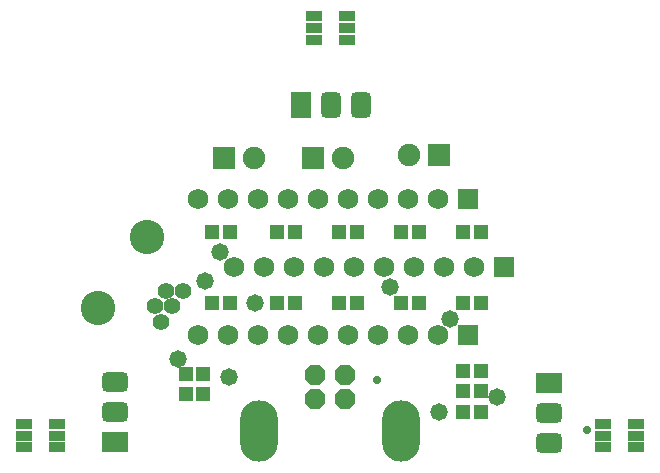
<source format=gts>
G04 Layer_Color=20142*
%FSLAX24Y24*%
%MOIN*%
G70*
G01*
G75*
%ADD29R,0.0572X0.0375*%
%ADD30R,0.0493X0.0474*%
%ADD31C,0.1150*%
%ADD32C,0.0552*%
%ADD33C,0.0749*%
%ADD34R,0.0749X0.0749*%
%ADD35P,0.0726X8X202.5*%
%ADD36O,0.1261X0.2049*%
%ADD37R,0.0680X0.0880*%
G04:AMPARAMS|DCode=38|XSize=68mil|YSize=88mil|CornerRadius=19mil|HoleSize=0mil|Usage=FLASHONLY|Rotation=0.000|XOffset=0mil|YOffset=0mil|HoleType=Round|Shape=RoundedRectangle|*
%AMROUNDEDRECTD38*
21,1,0.0680,0.0500,0,0,0.0*
21,1,0.0300,0.0880,0,0,0.0*
1,1,0.0380,0.0150,-0.0250*
1,1,0.0380,-0.0150,-0.0250*
1,1,0.0380,-0.0150,0.0250*
1,1,0.0380,0.0150,0.0250*
%
%ADD38ROUNDEDRECTD38*%
%ADD39R,0.0880X0.0680*%
G04:AMPARAMS|DCode=40|XSize=68mil|YSize=88mil|CornerRadius=19mil|HoleSize=0mil|Usage=FLASHONLY|Rotation=90.000|XOffset=0mil|YOffset=0mil|HoleType=Round|Shape=RoundedRectangle|*
%AMROUNDEDRECTD40*
21,1,0.0680,0.0500,0,0,90.0*
21,1,0.0300,0.0880,0,0,90.0*
1,1,0.0380,0.0250,0.0150*
1,1,0.0380,0.0250,-0.0150*
1,1,0.0380,-0.0250,-0.0150*
1,1,0.0380,-0.0250,0.0150*
%
%ADD40ROUNDEDRECTD40*%
%ADD41C,0.0680*%
%ADD42R,0.0680X0.0680*%
%ADD43C,0.0277*%
%ADD44C,0.0580*%
D29*
X26732Y24803D02*
D03*
Y24409D02*
D03*
Y24016D02*
D03*
X25630D02*
D03*
Y24409D02*
D03*
Y24803D02*
D03*
X36378Y11220D02*
D03*
Y10827D02*
D03*
Y10433D02*
D03*
X35276D02*
D03*
Y10827D02*
D03*
Y11220D02*
D03*
X17087D02*
D03*
Y10827D02*
D03*
Y10433D02*
D03*
X15984D02*
D03*
Y10827D02*
D03*
Y11220D02*
D03*
D30*
X21358Y12205D02*
D03*
X21949D02*
D03*
X22835Y15256D02*
D03*
X22244D02*
D03*
X22835Y17618D02*
D03*
X22244D02*
D03*
X21358Y12894D02*
D03*
X21949D02*
D03*
X25000Y15256D02*
D03*
X24409D02*
D03*
X25000Y17618D02*
D03*
X24409D02*
D03*
X31201Y11614D02*
D03*
X30610D02*
D03*
X27067Y15256D02*
D03*
X26476D02*
D03*
X27067Y17618D02*
D03*
X26476D02*
D03*
X31201Y12303D02*
D03*
X30610D02*
D03*
X29134Y15256D02*
D03*
X28543D02*
D03*
X29134Y17618D02*
D03*
X28543D02*
D03*
X31201Y12992D02*
D03*
X30610D02*
D03*
X31201Y15256D02*
D03*
X30610D02*
D03*
X31201Y17618D02*
D03*
X30610D02*
D03*
D31*
X18434Y15081D02*
D03*
X20083Y17435D02*
D03*
D32*
X20537Y14618D02*
D03*
X20331Y15147D02*
D03*
X20899Y15134D02*
D03*
X20692Y15663D02*
D03*
X21260Y15650D02*
D03*
D33*
X26591Y20079D02*
D03*
X25591D02*
D03*
X26591D02*
D03*
X28823Y20177D02*
D03*
X29823D02*
D03*
X28823D02*
D03*
X23638Y20079D02*
D03*
X22638D02*
D03*
X23638D02*
D03*
D34*
X25591D02*
D03*
X29823Y20177D02*
D03*
X22638Y20079D02*
D03*
D35*
X26673Y12049D02*
D03*
Y12837D02*
D03*
X25689D02*
D03*
Y12049D02*
D03*
D36*
X23811Y10982D02*
D03*
X28551D02*
D03*
D37*
X25197Y21850D02*
D03*
D38*
X26197D02*
D03*
X27197D02*
D03*
D39*
X18996Y10630D02*
D03*
X33465Y12598D02*
D03*
D40*
X18996Y11630D02*
D03*
Y12630D02*
D03*
X33465Y11598D02*
D03*
Y10598D02*
D03*
D41*
X21780Y14173D02*
D03*
X22780D02*
D03*
X23780D02*
D03*
X24780D02*
D03*
X25780D02*
D03*
X26780D02*
D03*
X27780D02*
D03*
X28780D02*
D03*
X29780D02*
D03*
X22961Y16437D02*
D03*
X23961D02*
D03*
X24961D02*
D03*
X25961D02*
D03*
X26961D02*
D03*
X27961D02*
D03*
X28961D02*
D03*
X29961D02*
D03*
X30961D02*
D03*
X21780Y18701D02*
D03*
X22780D02*
D03*
X23780D02*
D03*
X24780D02*
D03*
X25780D02*
D03*
X26780D02*
D03*
X27780D02*
D03*
X28780D02*
D03*
X29780D02*
D03*
D42*
X30780Y14173D02*
D03*
X31961Y16437D02*
D03*
X30780Y18701D02*
D03*
D43*
X27756Y12697D02*
D03*
X34744Y11024D02*
D03*
D44*
X31740Y12100D02*
D03*
X21116Y13370D02*
D03*
X22495Y16940D02*
D03*
X29816Y11614D02*
D03*
X23690Y15256D02*
D03*
X22820Y12770D02*
D03*
X30190Y14710D02*
D03*
X22010Y15980D02*
D03*
X28160Y15790D02*
D03*
M02*

</source>
